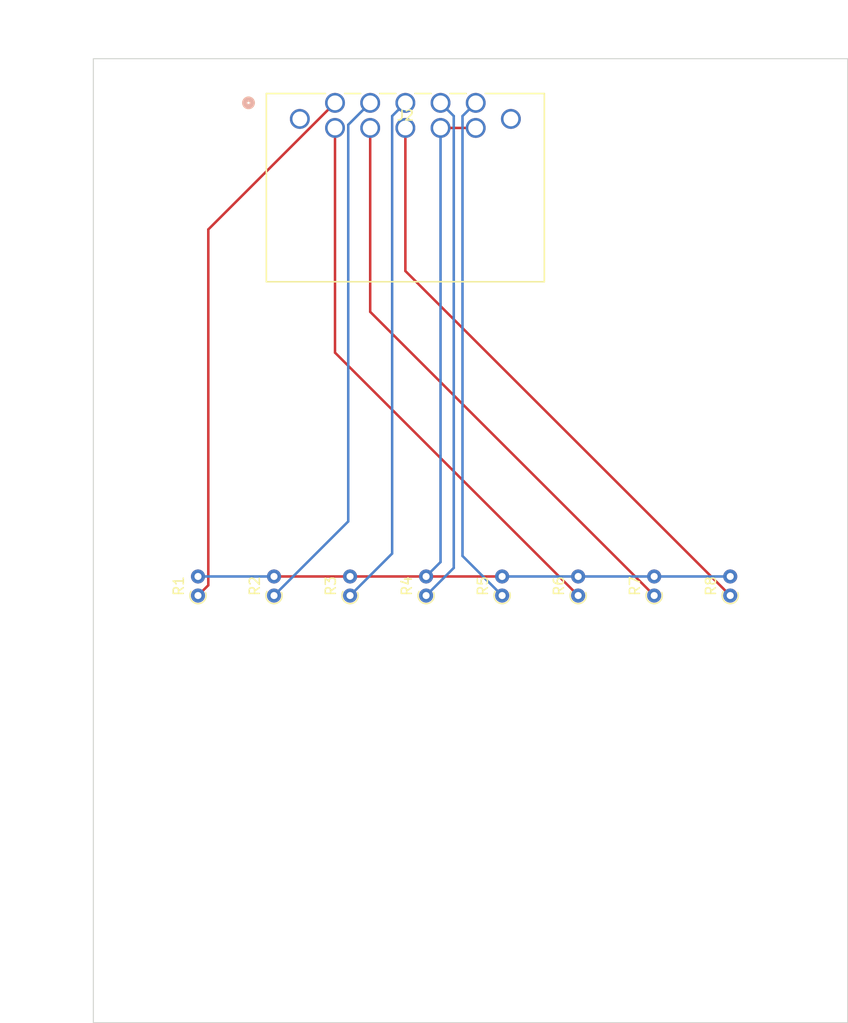
<source format=kicad_pcb>
(kicad_pcb (version 20221018) (generator pcbnew)
  (layers (0 "F.Cu" signal) (31 "B.Cu" signal) (34 "B.Paste" user) (35 "F.Paste" user) (36 "B.SilkS" user "B.Silkscreen") (37 "F.SilkS" user "F.Silkscreen") (38 "B.Mask" user) (39 "F.Mask" user) (44 "Edge.Cuts" user))
  (net 0 "")
  (net 1 "/Connector Board/10P1")
  (net 2 "/Connector Board/10P2")
  (net 3 "/Connector Board/10P3")
  (net 4 "/Connector Board/10P4")
  (net 5 "/Connector Board/10P5")
  (net 6 "/Connector Board/10P6")
  (net 7 "/Connector Board/10P7")
  (net 8 "/Connector Board/10P8")
  (net 9 "/Connector Board/GND")
  (footprint "Resistor_THT:R_Axial_DIN0204_L3.6mm_D1.6mm_P1.90mm_Vertical" (layer "F.Cu") (at 128.951071 73.467 90)
    (fp_text reference "R2" (at 0.95 -1.92 90 unlocked) (layer "F.SilkS"))
    (fp_text value "R_Photo")
    (fp_arc (start 0.320095 0.749359) (mid -0.813042 -0.054435) (end 0.417133 -0.7) (stroke (width 0.12)) (layer "F.SilkS"))
    (pad "1" thru_hole circle (at 0 0 90) (size 1.4 1.4) (drill 0.7) (layers "*.Cu" "*.Mask") (net 2 "/Connector Board/10P2"))
    (pad "2" thru_hole oval (at 1.9 0 90) (size 1.4 1.4) (drill 0.7) (layers "*.Cu" "*.Mask") (net 9 "/Connector Board/GND"))
  )
  (footprint "Resistor_THT:R_Axial_DIN0204_L3.6mm_D1.6mm_P1.90mm_Vertical" (layer "F.Cu") (at 166.778926 73.467 90)
    (fp_text reference "R7" (at 0.95 -1.92 90 unlocked) (layer "F.SilkS"))
    (fp_text value "R_Photo")
    (fp_arc (start 0.320095 0.749359) (mid -0.813042 -0.054435) (end 0.417133 -0.7) (stroke (width 0.12)) (layer "F.SilkS"))
    (pad "1" thru_hole circle (at 0 0 90) (size 1.4 1.4) (drill 0.7) (layers "*.Cu" "*.Mask") (net 7 "/Connector Board/10P7"))
    (pad "2" thru_hole oval (at 1.9 0 90) (size 1.4 1.4) (drill 0.7) (layers "*.Cu" "*.Mask") (net 9 "/Connector Board/GND"))
  )
  (footprint "Resistor_THT:R_Axial_DIN0204_L3.6mm_D1.6mm_P1.90mm_Vertical" (layer "F.Cu") (at 121.3855 73.467 90)
    (fp_text reference "R1" (at 0.95 -1.92 90 unlocked) (layer "F.SilkS"))
    (fp_text value "R_Photo")
    (fp_arc (start 0.320095 0.749359) (mid -0.813042 -0.054435) (end 0.417133 -0.7) (stroke (width 0.12)) (layer "F.SilkS"))
    (pad "1" thru_hole circle (at 0 0 90) (size 1.4 1.4) (drill 0.7) (layers "*.Cu" "*.Mask") (net 1 "/Connector Board/10P1"))
    (pad "2" thru_hole oval (at 1.9 0 90) (size 1.4 1.4) (drill 0.7) (layers "*.Cu" "*.Mask") (net 9 "/Connector Board/GND"))
  )
  (footprint "Resistor_THT:R_Axial_DIN0204_L3.6mm_D1.6mm_P1.90mm_Vertical" (layer "F.Cu") (at 144.082213 73.467 90)
    (fp_text reference "R4" (at 0.95 -1.92 90 unlocked) (layer "F.SilkS"))
    (fp_text value "R_Photo")
    (fp_arc (start 0.320095 0.749359) (mid -0.813042 -0.054435) (end 0.417133 -0.7) (stroke (width 0.12)) (layer "F.SilkS"))
    (pad "1" thru_hole circle (at 0 0 90) (size 1.4 1.4) (drill 0.7) (layers "*.Cu" "*.Mask") (net 4 "/Connector Board/10P4"))
    (pad "2" thru_hole oval (at 1.9 0 90) (size 1.4 1.4) (drill 0.7) (layers "*.Cu" "*.Mask") (net 9 "/Connector Board/GND"))
  )
  (footprint "10 Pin:xw4m-10d2-h1ds" (layer "F.Cu") (at 135.018799 24.3954)
    (fp_text reference "J2" (at 7.000001 1.25 unlocked) (layer "F.SilkS"))
    (fp_text value "XW4M-10D2-H1DS")
    (fp_circle (center -8.608299 0) (end -8.227299 0) (stroke (width 0.508)) (fill none) (layer "B.SilkS"))
    (fp_line (start -6.830299 -0.927) (end -6.830299 17.8182) (stroke (width 0.1524)) (layer "F.SilkS"))
    (fp_line (start -6.830299 17.8182) (end 20.830301 17.8182) (stroke (width 0.1524)) (layer "F.SilkS"))
    (fp_line (start -0.944404 -0.927) (end -6.830299 -0.927) (stroke (width 0.1524)) (layer "F.SilkS"))
    (fp_line (start 2.555596 -0.927) (end 0.944405 -0.927) (stroke (width 0.1524)) (layer "F.SilkS"))
    (fp_line (start 6.055597 -0.927) (end 4.444405 -0.927) (stroke (width 0.1524)) (layer "F.SilkS"))
    (fp_line (start 9.555597 -0.927) (end 7.944406 -0.927) (stroke (width 0.1524)) (layer "F.SilkS"))
    (fp_line (start 13.055598 -0.927) (end 11.444407 -0.927) (stroke (width 0.1524)) (layer "F.SilkS"))
    (fp_line (start 20.830301 -0.927) (end 14.944407 -0.927) (stroke (width 0.1524)) (layer "F.SilkS"))
    (fp_line (start 20.830301 17.8182) (end 20.830301 -0.927) (stroke (width 0.1524)) (layer "F.SilkS"))
    (fp_circle (center -8.608299 0) (end -8.227299 0) (stroke (width 0.508)) (fill none) (layer "F.SilkS"))
    (pad "1" thru_hole circle (at 0 0) (size 1.9812 1.9812) (drill 1.4732) (layers "*.Cu" "*.Mask") (net 1 "/Connector Board/10P1"))
    (pad "2" thru_hole circle (at 3.500001 0) (size 1.9812 1.9812) (drill 1.4732) (layers "*.Cu" "*.Mask") (net 2 "/Connector Board/10P2"))
    (pad "3" thru_hole circle (at 7.000001 0) (size 1.9812 1.9812) (drill 1.4732) (layers "*.Cu" "*.Mask") (net 3 "/Connector Board/10P3"))
    (pad "4" thru_hole circle (at 10.500002 0) (size 1.9812 1.9812) (drill 1.4732) (layers "*.Cu" "*.Mask") (net 4 "/Connector Board/10P4"))
    (pad "5" thru_hole circle (at 14.000003 0) (size 1.9812 1.9812) (drill 1.4732) (layers "*.Cu" "*.Mask") (net 5 "/Connector Board/10P5"))
    (pad "6" thru_hole circle (at 0 2.5) (size 1.9812 1.9812) (drill 1.4732) (layers "*.Cu" "*.Mask") (net 6 "/Connector Board/10P6"))
    (pad "7" thru_hole circle (at 3.500001 2.5) (size 1.9812 1.9812) (drill 1.4732) (layers "*.Cu" "*.Mask") (net 7 "/Connector Board/10P7"))
    (pad "8" thru_hole circle (at 7.000001 2.5) (size 1.9812 1.9812) (drill 1.4732) (layers "*.Cu" "*.Mask") (net 8 "/Connector Board/10P8"))
    (pad "9" thru_hole circle (at 10.500002 2.5) (size 1.9812 1.9812) (drill 1.4732) (layers "*.Cu" "*.Mask") (net 9 "/Connector Board/GND"))
    (pad "10" thru_hole circle (at 14.000003 2.5) (size 1.9812 1.9812) (drill 1.4732) (layers "*.Cu" "*.Mask") (net 9 "/Connector Board/GND"))
    (pad "11" thru_hole circle (at -3.5 1.600012) (size 1.9812 1.9812) (drill 1.4732) (layers "*.Cu" "*.Mask"))
    (pad "12" thru_hole circle (at 17.500003 1.600012) (size 1.9812 1.9812) (drill 1.4732) (layers "*.Cu" "*.Mask"))
  )
  (footprint "Resistor_THT:R_Axial_DIN0204_L3.6mm_D1.6mm_P1.90mm_Vertical" (layer "F.Cu") (at 151.647784 73.467 90)
    (fp_text reference "R5" (at 0.95 -1.92 90 unlocked) (layer "F.SilkS"))
    (fp_text value "R_Photo")
    (fp_arc (start 0.320095 0.749359) (mid -0.813042 -0.054435) (end 0.417133 -0.7) (stroke (width 0.12)) (layer "F.SilkS"))
    (pad "1" thru_hole circle (at 0 0 90) (size 1.4 1.4) (drill 0.7) (layers "*.Cu" "*.Mask") (net 5 "/Connector Board/10P5"))
    (pad "2" thru_hole oval (at 1.9 0 90) (size 1.4 1.4) (drill 0.7) (layers "*.Cu" "*.Mask") (net 9 "/Connector Board/GND"))
  )
  (footprint "PCM_kikit:Board" (layer "F.Cu") (at 111.2255 20)
    (fp_text reference "B1")
    (fp_text value "Board")
  )
  (footprint "Resistor_THT:R_Axial_DIN0204_L3.6mm_D1.6mm_P1.90mm_Vertical" (layer "F.Cu") (at 174.3445 73.467 90)
    (fp_text reference "R8" (at 0.95 -1.92 90 unlocked) (layer "F.SilkS"))
    (fp_text value "R_Photo")
    (fp_arc (start 0.320095 0.749359) (mid -0.813042 -0.054435) (end 0.417133 -0.7) (stroke (width 0.12)) (layer "F.SilkS"))
    (pad "1" thru_hole circle (at 0 0 90) (size 1.4 1.4) (drill 0.7) (layers "*.Cu" "*.Mask") (net 8 "/Connector Board/10P8"))
    (pad "2" thru_hole oval (at 1.9 0 90) (size 1.4 1.4) (drill 0.7) (layers "*.Cu" "*.Mask") (net 9 "/Connector Board/GND"))
  )
  (footprint "Resistor_THT:R_Axial_DIN0204_L3.6mm_D1.6mm_P1.90mm_Vertical" (layer "F.Cu") (at 159.213355 73.467 90)
    (fp_text reference "R6" (at 0.95 -1.92 90 unlocked) (layer "F.SilkS"))
    (fp_text value "R_Photo")
    (fp_arc (start 0.320095 0.749359) (mid -0.813042 -0.054435) (end 0.417133 -0.7) (stroke (width 0.12)) (layer "F.SilkS"))
    (pad "1" thru_hole circle (at 0 0 90) (size 1.4 1.4) (drill 0.7) (layers "*.Cu" "*.Mask") (net 6 "/Connector Board/10P6"))
    (pad "2" thru_hole oval (at 1.9 0 90) (size 1.4 1.4) (drill 0.7) (layers "*.Cu" "*.Mask") (net 9 "/Connector Board/GND"))
  )
  (footprint "Resistor_THT:R_Axial_DIN0204_L3.6mm_D1.6mm_P1.90mm_Vertical" (layer "F.Cu") (at 136.516642 73.467 90)
    (fp_text reference "R3" (at 0.95 -1.92 90 unlocked) (layer "F.SilkS"))
    (fp_text value "R_Photo")
    (fp_arc (start 0.320095 0.749359) (mid -0.813042 -0.054435) (end 0.417133 -0.7) (stroke (width 0.12)) (layer "F.SilkS"))
    (pad "1" thru_hole circle (at 0 0 90) (size 1.4 1.4) (drill 0.7) (layers "*.Cu" "*.Mask") (net 3 "/Connector Board/10P3"))
    (pad "2" thru_hole oval (at 1.9 0 90) (size 1.4 1.4) (drill 0.7) (layers "*.Cu" "*.Mask") (net 9 "/Connector Board/GND"))
  )
  (gr_line (start 186.0285 20) (end 186.0285 116.012) (stroke (width 0.1)) (layer "Edge.Cuts"))
  (gr_line (start 110.9715 20) (end 186.0285 20) (stroke (width 0.1)) (layer "Edge.Cuts"))
  (gr_line (start 186.0285 116.012) (end 110.9715 116.012) (stroke (width 0.1)) (layer "Edge.Cuts"))
  (gr_line (start 110.9715 116.012) (end 110.9715 20) (stroke (width 0.1)) (layer "Edge.Cuts"))
  (segment (start 135.018799 24.3954) (end 122.4105 37.003699) (width 0.25) (layer "F.Cu") (net 1))
  (segment (start 122.4105 72.442) (end 121.3855 73.467) (width 0.25) (layer "F.Cu") (net 1))
  (segment (start 122.4105 37.003699) (end 122.4105 72.442) (width 0.25) (layer "F.Cu") (net 1))
  (segment (start 136.334399 26.579801) (end 136.334399 66.083672) (width 0.25) (layer "B.Cu") (net 2))
  (segment (start 138.5188 24.3954) (end 136.334399 26.579801) (width 0.25) (layer "B.Cu") (net 2))
  (segment (start 136.334399 66.083672) (end 128.951071 73.467) (width 0.25) (layer "B.Cu") (net 2))
  (segment (start 142.0188 24.3954) (end 140.7032 25.711) (width 0.25) (layer "B.Cu") (net 3))
  (segment (start 140.7032 25.711) (end 140.7032 69.280442) (width 0.25) (layer "B.Cu") (net 3))
  (segment (start 140.7032 69.280442) (end 136.516642 73.467) (width 0.25) (layer "B.Cu") (net 3))
  (segment (start 145.518801 24.3954) (end 146.834401 25.711) (width 0.25) (layer "B.Cu") (net 4))
  (segment (start 146.834401 25.711) (end 146.834401 70.714812) (width 0.25) (layer "B.Cu") (net 4))
  (segment (start 146.834401 70.714812) (end 144.082213 73.467) (width 0.25) (layer "B.Cu") (net 4))
  (segment (start 149.018802 24.3954) (end 147.703202 25.711) (width 0.25) (layer "B.Cu") (net 5))
  (segment (start 147.703202 69.522418) (end 151.647784 73.467) (width 0.25) (layer "B.Cu") (net 5))
  (segment (start 147.703202 25.711) (end 147.703202 69.522418) (width 0.25) (layer "B.Cu") (net 5))
  (segment (start 135.018799 49.272444) (end 159.213355 73.467) (width 0.25) (layer "F.Cu") (net 6))
  (segment (start 135.018799 26.8954) (end 135.018799 49.272444) (width 0.25) (layer "F.Cu") (net 6))
  (segment (start 138.5188 45.206874) (end 166.778926 73.467) (width 0.25) (layer "F.Cu") (net 7))
  (segment (start 138.5188 26.8954) (end 138.5188 45.206874) (width 0.25) (layer "F.Cu") (net 7))
  (segment (start 142.0188 26.8954) (end 142.0188 41.1413) (width 0.25) (layer "F.Cu") (net 8))
  (segment (start 142.0188 41.1413) (end 174.3445 73.467) (width 0.25) (layer "F.Cu") (net 8))
  (segment (start 144.082213 71.567) (end 151.647784 71.567) (width 0.25) (layer "F.Cu") (net 9))
  (segment (start 136.516642 71.567) (end 144.082213 71.567) (width 0.25) (layer "F.Cu") (net 9))
  (segment (start 149.018802 26.8954) (end 145.518801 26.8954) (width 0.25) (layer "F.Cu") (net 9))
  (segment (start 128.951071 71.567) (end 136.516642 71.567) (width 0.25) (layer "F.Cu") (net 9))
  (segment (start 121.3855 71.567) (end 128.951071 71.567) (width 0.25) (layer "B.Cu") (net 9))
  (segment (start 166.778926 71.567) (end 174.3445 71.567) (width 0.25) (layer "B.Cu") (net 9))
  (segment (start 159.213355 71.567) (end 166.778926 71.567) (width 0.25) (layer "B.Cu") (net 9))
  (segment (start 145.518801 26.8954) (end 145.518801 70.130412) (width 0.25) (layer "B.Cu") (net 9))
  (segment (start 145.518801 70.130412) (end 144.082213 71.567) (width 0.25) (layer "B.Cu") (net 9))
  (segment (start 151.647784 71.567) (end 159.213355 71.567) (width 0.25) (layer "B.Cu") (net 9))
)
</source>
